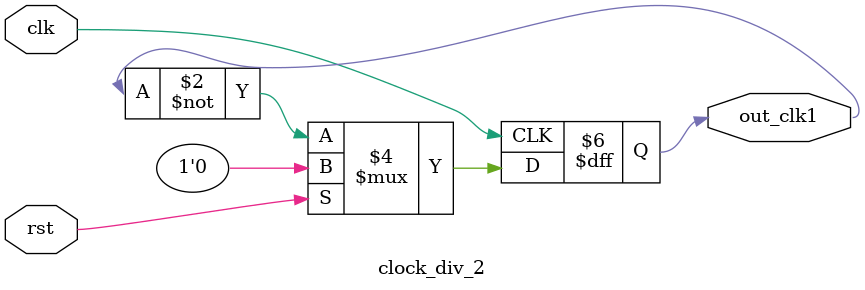
<source format=v>
module clock_div_2(
  input      clk,
  input      rst,
  output reg out_clk1 ) ;


  always @ (posedge clk) begin
    if (rst) begin
     out_clk1 <= 1'b0;
   end
   else begin
     out_clk1 <= ~ out_clk1;
   end
  end
endmodule
  

</source>
